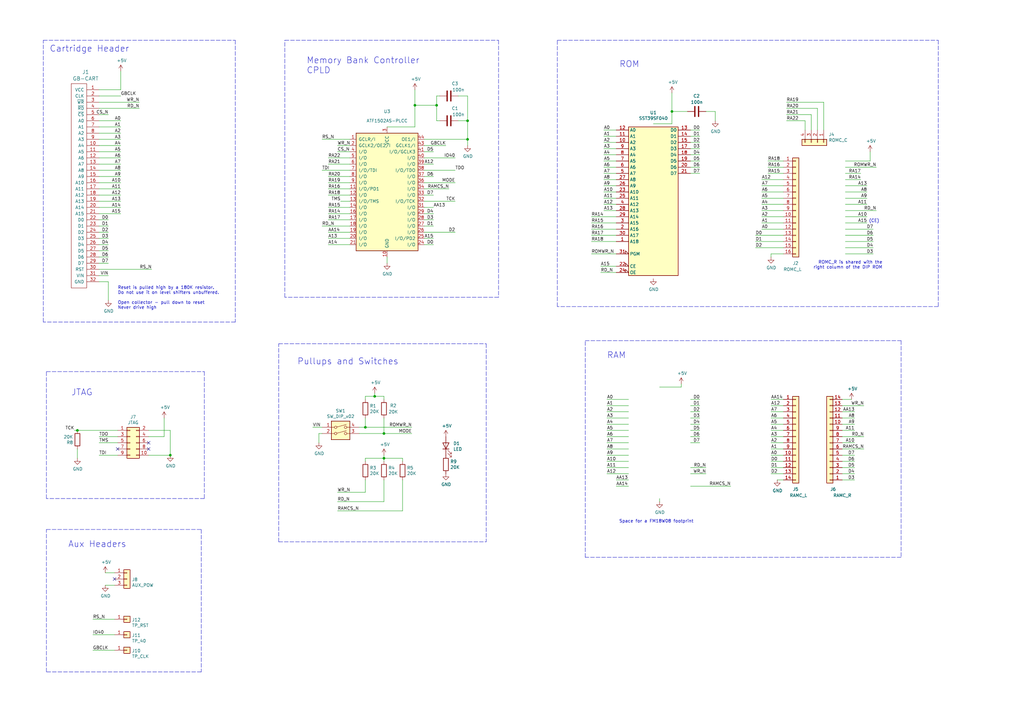
<source format=kicad_sch>
(kicad_sch (version 20211123) (generator eeschema)
  (paper "A3")
  (title_block (title "Squareboi Mainboard") (date "2022-09-15") (company "ALXCO-Hardware"))
  (lib_symbols
    (symbol "Connector_Generic:Conn_01x01" (pin_names (offset 1.016) hide)
      (property "Reference" "J" (at 0 2.54 0))
      (property "Value" "Conn_01x01" (at 0 -2.54 0))
      (symbol "Conn_01x01_1_1"
        (pin passive line (at -5.08 0 0) (length 3.81) (name "Pin_1") (number "1"))
      )
    )
    (symbol "Connector_Generic:Conn_01x03" (pin_names (offset 1.016) hide)
      (property "Reference" "J" (at 0 5.08 0))
      (property "Value" "Conn_01x03" (at 0 -5.08 0))
      (symbol "Conn_01x03_1_1"
        (pin passive line (at -5.08 2.54 0) (length 3.81) (name "Pin_1") (number "1"))
        (pin passive line (at -5.08 0 0) (length 3.81) (name "Pin_2") (number "2"))
        (pin passive line (at -5.08 -2.54 0) (length 3.81) (name "Pin_3") (number "3"))
      )
    )
    (symbol "Connector_Generic:Conn_01x04" (pin_names (offset 1.016) hide)
      (property "Reference" "J" (at 0 5.08 0))
      (property "Value" "Conn_01x04" (at 0 -7.62 0))
      (symbol "Conn_01x04_1_1"
        (pin passive line (at -5.08 2.54 0) (length 3.81) (name "Pin_1") (number "1"))
        (pin passive line (at -5.08 0 0) (length 3.81) (name "Pin_2") (number "2"))
        (pin passive line (at -5.08 -2.54 0) (length 3.81) (name "Pin_3") (number "3"))
        (pin passive line (at -5.08 -5.08 0) (length 3.81) (name "Pin_4") (number "4"))
      )
    )
    (symbol "Connector_Generic:Conn_01x14" (pin_names (offset 1.016) hide)
      (property "Reference" "J" (at 0 17.78 0))
      (property "Value" "Conn_01x14" (at 0 -20.32 0))
      (symbol "Conn_01x14_1_1"
        (pin passive line (at -5.08 15.24 0) (length 3.81) (name "Pin_1") (number "1"))
        (pin passive line (at -5.08 -7.62 0) (length 3.81) (name "Pin_10") (number "10"))
        (pin passive line (at -5.08 -10.16 0) (length 3.81) (name "Pin_11") (number "11"))
        (pin passive line (at -5.08 -12.7 0) (length 3.81) (name "Pin_12") (number "12"))
        (pin passive line (at -5.08 -15.24 0) (length 3.81) (name "Pin_13") (number "13"))
        (pin passive line (at -5.08 -17.78 0) (length 3.81) (name "Pin_14") (number "14"))
        (pin passive line (at -5.08 12.7 0) (length 3.81) (name "Pin_2") (number "2"))
        (pin passive line (at -5.08 10.16 0) (length 3.81) (name "Pin_3") (number "3"))
        (pin passive line (at -5.08 7.62 0) (length 3.81) (name "Pin_4") (number "4"))
        (pin passive line (at -5.08 5.08 0) (length 3.81) (name "Pin_5") (number "5"))
        (pin passive line (at -5.08 2.54 0) (length 3.81) (name "Pin_6") (number "6"))
        (pin passive line (at -5.08 0 0) (length 3.81) (name "Pin_7") (number "7"))
        (pin passive line (at -5.08 -2.54 0) (length 3.81) (name "Pin_8") (number "8"))
        (pin passive line (at -5.08 -5.08 0) (length 3.81) (name "Pin_9") (number "9"))
      )
    )
    (symbol "Connector_Generic:Conn_01x16" (pin_names (offset 1.016) hide)
      (property "Reference" "J" (at 0 20.32 0))
      (property "Value" "Conn_01x16" (at 0 -22.86 0))
      (symbol "Conn_01x16_1_1"
        (pin passive line (at -5.08 17.78 0) (length 3.81) (name "Pin_1") (number "1"))
        (pin passive line (at -5.08 -5.08 0) (length 3.81) (name "Pin_10") (number "10"))
        (pin passive line (at -5.08 -7.62 0) (length 3.81) (name "Pin_11") (number "11"))
        (pin passive line (at -5.08 -10.16 0) (length 3.81) (name "Pin_12") (number "12"))
        (pin passive line (at -5.08 -12.7 0) (length 3.81) (name "Pin_13") (number "13"))
        (pin passive line (at -5.08 -15.24 0) (length 3.81) (name "Pin_14") (number "14"))
        (pin passive line (at -5.08 -17.78 0) (length 3.81) (name "Pin_15") (number "15"))
        (pin passive line (at -5.08 -20.32 0) (length 3.81) (name "Pin_16") (number "16"))
        (pin passive line (at -5.08 15.24 0) (length 3.81) (name "Pin_2") (number "2"))
        (pin passive line (at -5.08 12.7 0) (length 3.81) (name "Pin_3") (number "3"))
        (pin passive line (at -5.08 10.16 0) (length 3.81) (name "Pin_4") (number "4"))
        (pin passive line (at -5.08 7.62 0) (length 3.81) (name "Pin_5") (number "5"))
        (pin passive line (at -5.08 5.08 0) (length 3.81) (name "Pin_6") (number "6"))
        (pin passive line (at -5.08 2.54 0) (length 3.81) (name "Pin_7") (number "7"))
        (pin passive line (at -5.08 0 0) (length 3.81) (name "Pin_8") (number "8"))
        (pin passive line (at -5.08 -2.54 0) (length 3.81) (name "Pin_9") (number "9"))
      )
    )
    (symbol "Connector_Generic:Conn_02x05_Odd_Even" (pin_names (offset 1.016) hide)
      (property "Reference" "J" (at 1.27 7.62 0))
      (property "Value" "Conn_02x05_Odd_Even" (at 1.27 -7.62 0))
      (symbol "Conn_02x05_Odd_Even_1_1"
        (pin passive line (at -5.08 5.08 0) (length 3.81) (name "Pin_1") (number "1"))
        (pin passive line (at 7.62 -5.08 180) (length 3.81) (name "Pin_10") (number "10"))
        (pin passive line (at 7.62 5.08 180) (length 3.81) (name "Pin_2") (number "2"))
        (pin passive line (at -5.08 2.54 0) (length 3.81) (name "Pin_3") (number "3"))
        (pin passive line (at 7.62 2.54 180) (length 3.81) (name "Pin_4") (number "4"))
        (pin passive line (at -5.08 0 0) (length 3.81) (name "Pin_5") (number "5"))
        (pin passive line (at 7.62 0 180) (length 3.81) (name "Pin_6") (number "6"))
        (pin passive line (at -5.08 -2.54 0) (length 3.81) (name "Pin_7") (number "7"))
        (pin passive line (at 7.62 -2.54 180) (length 3.81) (name "Pin_8") (number "8"))
        (pin passive line (at -5.08 -5.08 0) (length 3.81) (name "Pin_9") (number "9"))
      )
    )
    (symbol "Device:C" (pin_numbers hide) (pin_names (offset 0.254))
      (property "Reference" "C" (at 0.635 2.54 0))
      (property "Value" "C" (at 0.635 -2.54 0))
      (symbol "C_1_1"
        (pin passive line (at 0 3.81 270) (length 2.794) (name "~") (number "1"))
        (pin passive line (at 0 -3.81 90) (length 2.794) (name "~") (number "2"))
      )
    )
    (symbol "Device:LED" (pin_numbers hide) (pin_names (offset 1.016) hide)
      (property "Reference" "D" (at 0 2.54 0))
      (property "Value" "LED" (at 0 -2.54 0))
      (symbol "LED_1_1"
        (pin passive line (at -3.81 0 0) (length 2.54) (name "K") (number "1"))
        (pin passive line (at 3.81 0 180) (length 2.54) (name "A") (number "2"))
      )
    )
    (symbol "Device:R" (pin_numbers hide) (pin_names (offset 0))
      (property "Reference" "R" (at 2.032 0 90))
      (property "Value" "R" (at 0 0 90))
      (symbol "R_1_1"
        (pin passive line (at 0 3.81 270) (length 1.27) (name "~") (number "1"))
        (pin passive line (at 0 -3.81 90) (length 1.27) (name "~") (number "2"))
      )
    )
    (symbol "Memory_Flash:SST39SF040"
      (property "Reference" "U" (at 2.54 33.02 0))
      (property "Value" "SST39SF040" (at 0 -30.48 0))
      (symbol "SST39SF040_0_0"
        (pin power_in line (at 0 -30.48 90) (length 1.27) hide (name "GND") (number "16"))
        (pin power_in line (at 0 33.02 270) (length 1.27) hide (name "VCC") (number "32"))
      )
      (symbol "SST39SF040_1_1"
        (pin input line (at -15.24 -15.24 0) (length 5.08) (name "A18") (number "1"))
        (pin input line (at -15.24 25.4 0) (length 5.08) (name "A2") (number "10"))
        (pin input line (at -15.24 27.94 0) (length 5.08) (name "A1") (number "11"))
        (pin input line (at -15.24 30.48 0) (length 5.08) (name "A0") (number "12"))
        (pin tri_state line (at 15.24 30.48 180) (length 5.08) (name "D0") (number "13"))
        (pin tri_state line (at 15.24 27.94 180) (length 5.08) (name "D1") (number "14"))
        (pin tri_state line (at 15.24 25.4 180) (length 5.08) (name "D2") (number "15"))
        (pin tri_state line (at 15.24 22.86 180) (length 5.08) (name "D3") (number "17"))
        (pin tri_state line (at 15.24 20.32 180) (length 5.08) (name "D4") (number "18"))
        (pin tri_state line (at 15.24 17.78 180) (length 5.08) (name "D5") (number "19"))
        (pin input line (at -15.24 -10.16 0) (length 5.08) (name "A16") (number "2"))
        (pin tri_state line (at 15.24 15.24 180) (length 5.08) (name "D6") (number "20"))
        (pin tri_state line (at 15.24 12.7 180) (length 5.08) (name "D7") (number "21"))
        (pin input input_low (at -15.24 -25.4 0) (length 5.08) (name "CE") (number "22"))
        (pin input line (at -15.24 5.08 0) (length 5.08) (name "A10") (number "23"))
        (pin input input_low (at -15.24 -27.94 0) (length 5.08) (name "OE") (number "24"))
        (pin input line (at -15.24 2.54 0) (length 5.08) (name "A11") (number "25"))
        (pin input line (at -15.24 7.62 0) (length 5.08) (name "A9") (number "26"))
        (pin input line (at -15.24 10.16 0) (length 5.08) (name "A8") (number "27"))
        (pin input line (at -15.24 -2.54 0) (length 5.08) (name "A13") (number "28"))
        (pin input line (at -15.24 -5.08 0) (length 5.08) (name "A14") (number "29"))
        (pin input line (at -15.24 -7.62 0) (length 5.08) (name "A15") (number "3"))
        (pin input line (at -15.24 -12.7 0) (length 5.08) (name "A17") (number "30"))
        (pin input input_low (at -15.24 -20.32 0) (length 5.08) (name "PGM") (number "31"))
        (pin input line (at -15.24 0 0) (length 5.08) (name "A12") (number "4"))
        (pin input line (at -15.24 12.7 0) (length 5.08) (name "A7") (number "5"))
        (pin input line (at -15.24 15.24 0) (length 5.08) (name "A6") (number "6"))
        (pin input line (at -15.24 17.78 0) (length 5.08) (name "A5") (number "7"))
        (pin input line (at -15.24 20.32 0) (length 5.08) (name "A4") (number "8"))
        (pin input line (at -15.24 22.86 0) (length 5.08) (name "A3") (number "9"))
      )
    )
    (symbol "Switch:SW_DIP_x02" (pin_names (offset 0) hide)
      (property "Reference" "SW" (at 0 6.35 0))
      (property "Value" "SW_DIP_x02" (at 0 -3.81 0))
      (symbol "SW_DIP_x02_1_1"
        (pin passive line (at -7.62 2.54 0) (length 5.08) (name "~") (number "1"))
        (pin passive line (at -7.62 0 0) (length 5.08) (name "~") (number "2"))
        (pin passive line (at 7.62 0 180) (length 5.08) (name "~") (number "3"))
        (pin passive line (at 7.62 2.54 180) (length 5.08) (name "~") (number "4"))
      )
    )
    (symbol "gb-cartcon:ATF1502-PLCC" (pin_names (offset 1.016))
      (property "Reference" "U" (at 12.7 13.97 0))
      (property "Value" "ATF1502-PLCC" (at 12.7 16.51 0))
      (symbol "ATF1502-PLCC_1_1"
        (pin input line (at -2.54 -2.54 0) (length 2.54) (name "GCLR/I") (number "1"))
        (pin power_in line (at 12.7 -50.8 90) (length 2.54) (name "GND") (number "10"))
        (pin bidirectional line (at -2.54 -22.86 0) (length 2.54) (name "I/O/PD1") (number "11"))
        (pin bidirectional line (at -2.54 -25.4 0) (length 2.54) (name "I/O") (number "12"))
        (pin bidirectional line (at -2.54 -27.94 0) (length 2.54) (name "I/O/TMS") (number "13"))
        (pin bidirectional line (at -2.54 -30.48 0) (length 2.54) (name "I/O") (number "14"))
        (pin passive line (at 12.7 2.54 270) (length 2.54) hide (name "VCC") (number "15"))
        (pin bidirectional line (at -2.54 -33.02 0) (length 2.54) (name "I/O") (number "16"))
        (pin bidirectional line (at -2.54 -35.56 0) (length 2.54) (name "I/O") (number "17"))
        (pin bidirectional line (at -2.54 -38.1 0) (length 2.54) (name "I/O") (number "18"))
        (pin bidirectional line (at -2.54 -40.64 0) (length 2.54) (name "I/O") (number "19"))
        (pin input line (at -2.54 -5.08 0) (length 2.54) (name "GCLK2/OE2/I") (number "2"))
        (pin bidirectional line (at -2.54 -43.18 0) (length 2.54) (name "I/O") (number "20"))
        (pin bidirectional line (at -2.54 -45.72 0) (length 2.54) (name "I/O") (number "21"))
        (pin passive line (at 12.7 -50.8 90) (length 2.54) hide (name "GND") (number "22"))
        (pin passive line (at 12.7 2.54 270) (length 2.54) hide (name "VCC") (number "23"))
        (pin bidirectional line (at 27.94 -45.72 180) (length 2.54) (name "I/O") (number "24"))
        (pin bidirectional line (at 27.94 -43.18 180) (length 2.54) (name "I/O/PD2") (number "25"))
        (pin bidirectional line (at 27.94 -40.64 180) (length 2.54) (name "I/O") (number "26"))
        (pin bidirectional line (at 27.94 -38.1 180) (length 2.54) (name "I/O") (number "27"))
        (pin bidirectional line (at 27.94 -35.56 180) (length 2.54) (name "I/O") (number "28"))
        (pin bidirectional line (at 27.94 -33.02 180) (length 2.54) (name "I/O") (number "29"))
        (pin power_in line (at 12.7 2.54 270) (length 2.54) (name "VCC") (number "3"))
        (pin passive line (at 12.7 -50.8 90) (length 2.54) hide (name "GND") (number "30"))
        (pin bidirectional line (at 27.94 -30.48 180) (length 2.54) (name "I/O") (number "31"))
        (pin bidirectional line (at 27.94 -27.94 180) (length 2.54) (name "I/O/TCK") (number "32"))
        (pin bidirectional line (at 27.94 -25.4 180) (length 2.54) (name "I/O") (number "33"))
        (pin bidirectional line (at 27.94 -22.86 180) (length 2.54) (name "I/O") (number "34"))
        (pin passive line (at 12.7 2.54 270) (length 2.54) hide (name "VCC") (number "35"))
        (pin bidirectional line (at 27.94 -20.32 180) (length 2.54) (name "I/O") (number "36"))
        (pin bidirectional line (at 27.94 -17.78 180) (length 2.54) (name "I/O") (number "37"))
        (pin bidirectional line (at 27.94 -15.24 180) (length 2.54) (name "I/O/TDO") (number "38"))
        (pin bidirectional line (at 27.94 -12.7 180) (length 2.54) (name "I/O") (number "39"))
        (pin bidirectional line (at -2.54 -7.62 0) (length 2.54) (name "I/O") (number "4"))
        (pin bidirectional line (at 27.94 -10.16 180) (length 2.54) (name "I/O") (number "40"))
        (pin bidirectional line (at 27.94 -7.62 180) (length 2.54) (name "I/O/GCLK3") (number "41"))
        (pin passive line (at 12.7 -50.8 90) (length 2.54) hide (name "GND") (number "42"))
        (pin input line (at 27.94 -5.08 180) (length 2.54) (name "GCLK1/I") (number "43"))
        (pin input line (at 27.94 -2.54 180) (length 2.54) (name "OE1/I") (number "44"))
        (pin bidirectional line (at -2.54 -10.16 0) (length 2.54) (name "I/O") (number "5"))
        (pin bidirectional line (at -2.54 -12.7 0) (length 2.54) (name "I/O") (number "6"))
        (pin bidirectional line (at -2.54 -15.24 0) (length 2.54) (name "I/O/TDI") (number "7"))
        (pin bidirectional line (at -2.54 -17.78 0) (length 2.54) (name "I/O") (number "8"))
        (pin bidirectional line (at -2.54 -20.32 0) (length 2.54) (name "I/O") (number "9"))
      )
    )
    (symbol "gb-cartcon:GB-CART" (pin_names (offset 1.016))
      (property "Reference" "J" (at -2.54 43.18 0))
      (property "Value" "GB-CART" (at 0 -43.18 0))
      (symbol "GB-CART_1_1"
        (pin power_out line (at 7.62 39.37 180) (length 5.08) (name "VCC") (number "1"))
        (pin output line (at 7.62 16.51 180) (length 5.08) (name "A4") (number "10"))
        (pin output line (at 7.62 13.97 180) (length 5.08) (name "A5") (number "11"))
        (pin output line (at 7.62 11.43 180) (length 5.08) (name "A6") (number "12"))
        (pin output line (at 7.62 8.89 180) (length 5.08) (name "A7") (number "13"))
        (pin output line (at 7.62 6.35 180) (length 5.08) (name "A8") (number "14"))
        (pin output line (at 7.62 3.81 180) (length 5.08) (name "A9") (number "15"))
        (pin output line (at 7.62 1.27 180) (length 5.08) (name "A10") (number "16"))
        (pin output line (at 7.62 -1.27 180) (length 5.08) (name "A11") (number "17"))
        (pin output line (at 7.62 -3.81 180) (length 5.08) (name "A12") (number "18"))
        (pin output line (at 7.62 -6.35 180) (length 5.08) (name "A13") (number "19"))
        (pin output line (at 7.62 36.83 180) (length 5.08) (name "CLK") (number "2"))
        (pin output line (at 7.62 -8.89 180) (length 5.08) (name "A14") (number "20"))
        (pin output line (at 7.62 -11.43 180) (length 5.08) (name "A15") (number "21"))
        (pin tri_state line (at 7.62 -13.97 180) (length 5.08) (name "D0") (number "22"))
        (pin tri_state line (at 7.62 -16.51 180) (length 5.08) (name "D1") (number "23"))
        (pin tri_state line (at 7.62 -19.05 180) (length 5.08) (name "D2") (number "24"))
        (pin tri_state line (at 7.62 -21.59 180) (length 5.08) (name "D3") (number "25"))
        (pin tri_state line (at 7.62 -24.13 180) (length 5.08) (name "D4") (number "26"))
        (pin tri_state line (at 7.62 -26.67 180) (length 5.08) (name "D5") (number "27"))
        (pin tri_state line (at 7.62 -29.21 180) (length 5.08) (name "D6") (number "28"))
        (pin tri_state line (at 7.62 -31.75 180) (length 5.08) (name "D7") (number "29"))
        (pin output line (at 7.62 34.29 180) (length 5.08) (name "~{WR}") (number "3"))
        (pin output line (at 7.62 -34.29 180) (length 5.08) (name "RST") (number "30"))
        (pin input line (at 7.62 -36.83 180) (length 5.08) (name "VIN") (number "31"))
        (pin power_out line (at 7.62 -39.37 180) (length 5.08) (name "GND") (number "32"))
        (pin output line (at 7.62 31.75 180) (length 5.08) (name "~{RD}") (number "4"))
        (pin output line (at 7.62 29.21 180) (length 5.08) (name "~{CS}") (number "5"))
        (pin output line (at 7.62 26.67 180) (length 5.08) (name "A0") (number "6"))
        (pin output line (at 7.62 24.13 180) (length 5.08) (name "A1") (number "7"))
        (pin output line (at 7.62 21.59 180) (length 5.08) (name "A2") (number "8"))
        (pin output line (at 7.62 19.05 180) (length 5.08) (name "A3") (number "9"))
      )
    )
    (symbol "power:+5V" (power) (pin_names (offset 0))
      (property "Value" "+5V" (at 0 3.556 0))
      (symbol "+5V_1_1"
        (pin power_in line (at 0 0 90) (length 0) hide (name "+5V") (number "1"))
      )
    )
    (symbol "power:GND" (power) (pin_names (offset 0))
      (property "Value" "GND" (at 0 -3.81 0))
      (symbol "GND_1_1"
        (pin power_in line (at 0 0 270) (length 0) hide (name "GND") (number "1"))
      )
    )
  )
  (junction (at 157.48 187.96))
  (junction (at 179.07 43.18))
  (junction (at 31.75 176.53))
  (junction (at 157.48 177.8))
  (junction (at 191.77 49.53))
  (junction (at 170.18 43.18))
  (junction (at 275.59 45.72))
  (junction (at 191.77 57.15))
  (junction (at 149.86 175.26))
  (junction (at 69.85 186.69))
  (junction (at 153.67 162.56))
  (no_connect (at 46.99 237.49))
  (no_connect (at 60.96 181.61))
  (no_connect (at 60.96 184.15))
  (no_connect (at 48.26 184.15))
  (wire (pts (xy 173.99 100.33) (xy 177.8 100.33)))
  (polyline (pts (xy 83.82 204.47) (xy 19.05 204.47)))
  (wire (pts (xy 134.62 87.63) (xy 143.51 87.63)))
  (wire (pts (xy 153.67 162.56) (xy 153.67 161.29)))
  (wire (pts (xy 173.99 97.79) (xy 177.8 97.79)))
  (wire (pts (xy 356.87 66.04) (xy 356.87 62.23)))
  (polyline (pts (xy 19.05 152.4) (xy 83.82 152.4)))
  (wire (pts (xy 283.21 199.39) (xy 299.72 199.39)))
  (wire (pts (xy 57.15 41.91) (xy 40.64 41.91)))
  (wire (pts (xy 49.53 87.63) (xy 40.64 87.63)))
  (wire (pts (xy 173.99 57.15) (xy 191.77 57.15)))
  (wire (pts (xy 275.59 45.72) (xy 281.94 45.72)))
  (wire (pts (xy 40.64 95.25) (xy 44.45 95.25)))
  (wire (pts (xy 165.1 187.96) (xy 165.1 189.23)))
  (wire (pts (xy 309.88 96.52) (xy 321.31 96.52)))
  (wire (pts (xy 321.31 166.37) (xy 316.23 166.37)))
  (wire (pts (xy 355.6 76.2) (xy 346.71 76.2)))
  (wire (pts (xy 40.64 39.37) (xy 49.53 39.37)))
  (wire (pts (xy 287.02 173.99) (xy 283.21 173.99)))
  (wire (pts (xy 138.43 59.69) (xy 143.51 59.69)))
  (wire (pts (xy 287.02 166.37) (xy 283.21 166.37)))
  (wire (pts (xy 247.65 71.12) (xy 252.73 71.12)))
  (wire (pts (xy 165.1 209.55) (xy 165.1 196.85)))
  (wire (pts (xy 242.57 93.98) (xy 252.73 93.98)))
  (wire (pts (xy 179.07 43.18) (xy 179.07 39.37)))
  (wire (pts (xy 335.28 44.45) (xy 335.28 53.34)))
  (polyline (pts (xy 19.05 204.47) (xy 19.05 152.4)))
  (polyline (pts (xy 116.84 16.51) (xy 204.47 16.51)))
  (wire (pts (xy 247.65 53.34) (xy 252.73 53.34)))
  (wire (pts (xy 287.02 176.53) (xy 283.21 176.53)))
  (polyline (pts (xy 116.84 121.92) (xy 116.84 16.51)))
  (wire (pts (xy 337.82 41.91) (xy 337.82 53.34)))
  (wire (pts (xy 149.86 201.93) (xy 149.86 196.85)))
  (wire (pts (xy 134.62 85.09) (xy 143.51 85.09)))
  (wire (pts (xy 149.86 163.83) (xy 149.86 162.56)))
  (wire (pts (xy 257.81 171.45) (xy 248.92 171.45)))
  (wire (pts (xy 312.42 83.82) (xy 321.31 83.82)))
  (wire (pts (xy 270.51 205.74) (xy 270.51 204.47)))
  (wire (pts (xy 247.65 78.74) (xy 252.73 78.74)))
  (wire (pts (xy 287.02 171.45) (xy 283.21 171.45)))
  (wire (pts (xy 346.71 101.6) (xy 358.14 101.6)))
  (wire (pts (xy 248.92 181.61) (xy 257.81 181.61)))
  (polyline (pts (xy 204.47 121.92) (xy 116.84 121.92)))
  (wire (pts (xy 345.44 171.45) (xy 350.52 171.45)))
  (wire (pts (xy 157.48 177.8) (xy 168.91 177.8)))
  (wire (pts (xy 312.42 78.74) (xy 321.31 78.74)))
  (wire (pts (xy 287.02 63.5) (xy 283.21 63.5)))
  (wire (pts (xy 173.99 87.63) (xy 177.8 87.63)))
  (wire (pts (xy 48.26 186.69) (xy 40.64 186.69)))
  (wire (pts (xy 40.64 67.31) (xy 49.53 67.31)))
  (wire (pts (xy 173.99 77.47) (xy 184.15 77.47)))
  (wire (pts (xy 40.64 80.01) (xy 49.53 80.01)))
  (wire (pts (xy 247.65 63.5) (xy 252.73 63.5)))
  (wire (pts (xy 289.56 45.72) (xy 293.37 45.72)))
  (wire (pts (xy 40.64 64.77) (xy 49.53 64.77)))
  (wire (pts (xy 345.44 189.23) (xy 350.52 189.23)))
  (wire (pts (xy 316.23 181.61) (xy 321.31 181.61)))
  (wire (pts (xy 157.48 162.56) (xy 157.48 163.83)))
  (wire (pts (xy 270.51 158.75) (xy 279.4 158.75)))
  (wire (pts (xy 345.44 168.91) (xy 350.52 168.91)))
  (wire (pts (xy 48.26 181.61) (xy 40.64 181.61)))
  (wire (pts (xy 248.92 184.15) (xy 257.81 184.15)))
  (wire (pts (xy 316.23 163.83) (xy 321.31 163.83)))
  (wire (pts (xy 316.23 186.69) (xy 321.31 186.69)))
  (wire (pts (xy 143.51 92.71) (xy 132.08 92.71)))
  (wire (pts (xy 321.31 86.36) (xy 312.42 86.36)))
  (wire (pts (xy 57.15 44.45) (xy 40.64 44.45)))
  (wire (pts (xy 309.88 99.06) (xy 321.31 99.06)))
  (wire (pts (xy 179.07 43.18) (xy 179.07 49.53)))
  (wire (pts (xy 128.27 175.26) (xy 132.08 175.26)))
  (wire (pts (xy 355.6 78.74) (xy 346.71 78.74)))
  (wire (pts (xy 149.86 175.26) (xy 168.91 175.26)))
  (wire (pts (xy 173.99 82.55) (xy 186.69 82.55)))
  (wire (pts (xy 257.81 166.37) (xy 248.92 166.37)))
  (wire (pts (xy 69.85 176.53) (xy 60.96 176.53)))
  (wire (pts (xy 40.64 105.41) (xy 44.45 105.41)))
  (wire (pts (xy 321.31 194.31) (xy 316.23 194.31)))
  (wire (pts (xy 287.02 55.88) (xy 283.21 55.88)))
  (wire (pts (xy 321.31 81.28) (xy 312.42 81.28)))
  (wire (pts (xy 358.14 104.14) (xy 346.71 104.14)))
  (wire (pts (xy 147.32 175.26) (xy 149.86 175.26)))
  (wire (pts (xy 246.38 111.76) (xy 252.73 111.76)))
  (polyline (pts (xy 384.81 16.51) (xy 384.81 125.73)))
  (wire (pts (xy 170.18 43.18) (xy 170.18 52.07)))
  (wire (pts (xy 134.62 72.39) (xy 143.51 72.39)))
  (wire (pts (xy 312.42 93.98) (xy 321.31 93.98)))
  (wire (pts (xy 40.64 59.69) (xy 49.53 59.69)))
  (polyline (pts (xy 82.55 275.59) (xy 19.05 275.59)))
  (wire (pts (xy 173.99 59.69) (xy 182.88 59.69)))
  (wire (pts (xy 287.02 179.07) (xy 283.21 179.07)))
  (wire (pts (xy 309.88 101.6) (xy 321.31 101.6)))
  (wire (pts (xy 40.64 49.53) (xy 49.53 49.53)))
  (wire (pts (xy 358.14 99.06) (xy 346.71 99.06)))
  (wire (pts (xy 247.65 58.42) (xy 252.73 58.42)))
  (wire (pts (xy 322.58 41.91) (xy 337.82 41.91)))
  (wire (pts (xy 359.41 68.58) (xy 346.71 68.58)))
  (wire (pts (xy 332.74 46.99) (xy 332.74 53.34)))
  (wire (pts (xy 40.64 90.17) (xy 44.45 90.17)))
  (wire (pts (xy 43.18 234.95) (xy 46.99 234.95)))
  (wire (pts (xy 316.23 176.53) (xy 321.31 176.53)))
  (wire (pts (xy 134.62 97.79) (xy 143.51 97.79)))
  (wire (pts (xy 44.45 92.71) (xy 40.64 92.71)))
  (wire (pts (xy 321.31 196.85) (xy 318.77 196.85)))
  (wire (pts (xy 287.02 53.34) (xy 283.21 53.34)))
  (wire (pts (xy 346.71 66.04) (xy 356.87 66.04)))
  (wire (pts (xy 44.45 113.03) (xy 40.64 113.03)))
  (wire (pts (xy 293.37 45.72) (xy 293.37 49.53)))
  (wire (pts (xy 314.96 66.04) (xy 321.31 66.04)))
  (wire (pts (xy 248.92 189.23) (xy 257.81 189.23)))
  (wire (pts (xy 316.23 171.45) (xy 321.31 171.45)))
  (wire (pts (xy 287.02 58.42) (xy 283.21 58.42)))
  (wire (pts (xy 44.45 102.87) (xy 40.64 102.87)))
  (wire (pts (xy 67.31 179.07) (xy 67.31 171.45)))
  (wire (pts (xy 252.73 88.9) (xy 242.57 88.9)))
  (wire (pts (xy 147.32 177.8) (xy 157.48 177.8)))
  (wire (pts (xy 40.64 74.93) (xy 49.53 74.93)))
  (wire (pts (xy 132.08 57.15) (xy 143.51 57.15)))
  (wire (pts (xy 316.23 189.23) (xy 321.31 189.23)))
  (wire (pts (xy 134.62 77.47) (xy 143.51 77.47)))
  (wire (pts (xy 321.31 104.14) (xy 316.23 104.14)))
  (wire (pts (xy 247.65 86.36) (xy 252.73 86.36)))
  (polyline (pts (xy 17.78 16.51) (xy 96.52 16.51)))
  (wire (pts (xy 38.1 266.7) (xy 46.99 266.7)))
  (wire (pts (xy 252.73 199.39) (xy 257.81 199.39)))
  (wire (pts (xy 242.57 104.14) (xy 252.73 104.14)))
  (wire (pts (xy 267.97 50.8) (xy 275.59 50.8)))
  (wire (pts (xy 40.64 85.09) (xy 49.53 85.09)))
  (wire (pts (xy 321.31 71.12) (xy 314.96 71.12)))
  (polyline (pts (xy 17.78 132.08) (xy 17.78 16.51)))
  (wire (pts (xy 247.65 60.96) (xy 252.73 60.96)))
  (wire (pts (xy 345.44 196.85) (xy 350.52 196.85)))
  (wire (pts (xy 345.44 173.99) (xy 350.52 173.99)))
  (wire (pts (xy 345.44 191.77) (xy 350.52 191.77)))
  (polyline (pts (xy 228.6 16.51) (xy 384.81 16.51)))
  (wire (pts (xy 242.57 96.52) (xy 252.73 96.52)))
  (wire (pts (xy 49.53 29.21) (xy 49.53 36.83)))
  (wire (pts (xy 247.65 66.04) (xy 252.73 66.04)))
  (wire (pts (xy 358.14 96.52) (xy 346.71 96.52)))
  (wire (pts (xy 157.48 187.96) (xy 157.48 186.69)))
  (wire (pts (xy 149.86 171.45) (xy 149.86 175.26)))
  (wire (pts (xy 257.81 186.69) (xy 248.92 186.69)))
  (wire (pts (xy 149.86 189.23) (xy 149.86 187.96)))
  (wire (pts (xy 187.96 39.37) (xy 191.77 39.37)))
  (wire (pts (xy 355.6 88.9) (xy 346.71 88.9)))
  (wire (pts (xy 153.67 162.56) (xy 157.48 162.56)))
  (polyline (pts (xy 114.3 222.25) (xy 114.3 140.97)))
  (wire (pts (xy 40.64 36.83) (xy 49.53 36.83)))
  (wire (pts (xy 330.2 49.53) (xy 330.2 53.34)))
  (wire (pts (xy 49.53 82.55) (xy 40.64 82.55)))
  (wire (pts (xy 134.62 90.17) (xy 143.51 90.17)))
  (wire (pts (xy 49.53 52.07) (xy 40.64 52.07)))
  (wire (pts (xy 358.14 93.98) (xy 346.71 93.98)))
  (wire (pts (xy 130.81 177.8) (xy 130.81 181.61)))
  (wire (pts (xy 157.48 205.74) (xy 157.48 196.85)))
  (wire (pts (xy 49.53 62.23) (xy 40.64 62.23)))
  (wire (pts (xy 321.31 91.44) (xy 312.42 91.44)))
  (wire (pts (xy 283.21 194.31) (xy 289.56 194.31)))
  (polyline (pts (xy 199.39 140.97) (xy 199.39 222.25)))
  (wire (pts (xy 247.65 55.88) (xy 252.73 55.88)))
  (wire (pts (xy 252.73 81.28) (xy 247.65 81.28)))
  (wire (pts (xy 316.23 179.07) (xy 321.31 179.07)))
  (wire (pts (xy 316.23 184.15) (xy 321.31 184.15)))
  (wire (pts (xy 177.8 72.39) (xy 173.99 72.39)))
  (wire (pts (xy 247.65 68.58) (xy 252.73 68.58)))
  (wire (pts (xy 186.69 95.25) (xy 173.99 95.25)))
  (wire (pts (xy 157.48 171.45) (xy 157.48 177.8)))
  (polyline (pts (xy 83.82 152.4) (xy 83.82 204.47)))
  (wire (pts (xy 248.92 179.07) (xy 257.81 179.07)))
  (wire (pts (xy 248.92 163.83) (xy 257.81 163.83)))
  (polyline (pts (xy 228.6 125.73) (xy 228.6 16.51)))
  (wire (pts (xy 316.23 173.99) (xy 321.31 173.99)))
  (wire (pts (xy 158.75 52.07) (xy 170.18 52.07)))
  (polyline (pts (xy 114.3 140.97) (xy 199.39 140.97)))
  (wire (pts (xy 345.44 184.15) (xy 354.33 184.15)))
  (wire (pts (xy 345.44 181.61) (xy 350.52 181.61)))
  (wire (pts (xy 173.99 92.71) (xy 177.8 92.71)))
  (wire (pts (xy 316.23 168.91) (xy 321.31 168.91)))
  (wire (pts (xy 31.75 176.53) (xy 30.48 176.53)))
  (wire (pts (xy 279.4 158.75) (xy 279.4 157.48)))
  (wire (pts (xy 60.96 179.07) (xy 67.31 179.07)))
  (wire (pts (xy 248.92 168.91) (xy 257.81 168.91)))
  (wire (pts (xy 69.85 186.69) (xy 60.96 186.69)))
  (wire (pts (xy 138.43 201.93) (xy 149.86 201.93)))
  (wire (pts (xy 40.64 179.07) (xy 48.26 179.07)))
  (wire (pts (xy 49.53 72.39) (xy 40.64 72.39)))
  (wire (pts (xy 38.1 260.35) (xy 46.99 260.35)))
  (wire (pts (xy 44.45 97.79) (xy 40.64 97.79)))
  (wire (pts (xy 247.65 73.66) (xy 252.73 73.66)))
  (polyline (pts (xy 19.05 217.17) (xy 82.55 217.17)))
  (wire (pts (xy 138.43 209.55) (xy 165.1 209.55)))
  (wire (pts (xy 322.58 49.53) (xy 330.2 49.53)))
  (polyline (pts (xy 384.81 125.73) (xy 228.6 125.73)))
  (wire (pts (xy 321.31 76.2) (xy 312.42 76.2)))
  (wire (pts (xy 179.07 49.53) (xy 180.34 49.53)))
  (wire (pts (xy 355.6 81.28) (xy 346.71 81.28)))
  (wire (pts (xy 69.85 176.53) (xy 69.85 186.69)))
  (wire (pts (xy 179.07 39.37) (xy 180.34 39.37)))
  (wire (pts (xy 287.02 181.61) (xy 283.21 181.61)))
  (wire (pts (xy 177.8 80.01) (xy 173.99 80.01)))
  (wire (pts (xy 31.75 176.53) (xy 48.26 176.53)))
  (wire (pts (xy 359.41 86.36) (xy 346.71 86.36)))
  (polyline (pts (xy 204.47 16.51) (xy 204.47 121.92)))
  (wire (pts (xy 134.62 80.01) (xy 143.51 80.01)))
  (wire (pts (xy 287.02 168.91) (xy 283.21 168.91)))
  (wire (pts (xy 252.73 196.85) (xy 257.81 196.85)))
  (wire (pts (xy 242.57 91.44) (xy 252.73 91.44)))
  (wire (pts (xy 157.48 189.23) (xy 157.48 187.96)))
  (wire (pts (xy 38.1 254) (xy 46.99 254)))
  (wire (pts (xy 287.02 60.96) (xy 283.21 60.96)))
  (wire (pts (xy 248.92 194.31) (xy 257.81 194.31)))
  (wire (pts (xy 287.02 163.83) (xy 283.21 163.83)))
  (wire (pts (xy 247.65 76.2) (xy 252.73 76.2)))
  (wire (pts (xy 40.64 69.85) (xy 49.53 69.85)))
  (wire (pts (xy 314.96 68.58) (xy 321.31 68.58)))
  (wire (pts (xy 322.58 46.99) (xy 332.74 46.99)))
  (wire (pts (xy 149.86 187.96) (xy 157.48 187.96)))
  (wire (pts (xy 186.69 74.93) (xy 173.99 74.93)))
  (wire (pts (xy 242.57 99.06) (xy 252.73 99.06)))
  (polyline (pts (xy 96.52 132.08) (xy 17.78 132.08)))
  (wire (pts (xy 191.77 39.37) (xy 191.77 49.53)))
  (wire (pts (xy 355.6 91.44) (xy 346.71 91.44)))
  (wire (pts (xy 257.81 191.77) (xy 248.92 191.77)))
  (wire (pts (xy 132.08 177.8) (xy 130.81 177.8)))
  (wire (pts (xy 252.73 83.82) (xy 247.65 83.82)))
  (wire (pts (xy 149.86 162.56) (xy 153.67 162.56)))
  (polyline (pts (xy 82.55 217.17) (xy 82.55 275.59)))
  (wire (pts (xy 44.45 107.95) (xy 40.64 107.95)))
  (wire (pts (xy 134.62 74.93) (xy 143.51 74.93)))
  (wire (pts (xy 287.02 66.04) (xy 283.21 66.04)))
  (wire (pts (xy 287.02 68.58) (xy 283.21 68.58)))
  (wire (pts (xy 143.51 82.55) (xy 139.7 82.55)))
  (wire (pts (xy 353.06 71.12) (xy 346.71 71.12)))
  (wire (pts (xy 187.96 49.53) (xy 191.77 49.53)))
  (wire (pts (xy 345.44 176.53) (xy 350.52 176.53)))
  (wire (pts (xy 287.02 71.12) (xy 283.21 71.12)))
  (wire (pts (xy 134.62 64.77) (xy 143.51 64.77)))
  (wire (pts (xy 40.64 110.49) (xy 62.23 110.49)))
  (wire (pts (xy 158.75 107.95) (xy 158.75 105.41)))
  (wire (pts (xy 173.99 67.31) (xy 177.8 67.31)))
  (wire (pts (xy 275.59 45.72) (xy 275.59 50.8)))
  (wire (pts (xy 322.58 44.45) (xy 335.28 44.45)))
  (wire (pts (xy 31.75 184.15) (xy 31.75 187.96)))
  (wire (pts (xy 283.21 191.77) (xy 289.56 191.77)))
  (wire (pts (xy 248.92 173.99) (xy 257.81 173.99)))
  (wire (pts (xy 170.18 43.18) (xy 179.07 43.18)))
  (wire (pts (xy 143.51 69.85) (xy 132.08 69.85)))
  (wire (pts (xy 345.44 179.07) (xy 354.33 179.07)))
  (wire (pts (xy 170.18 36.83) (xy 170.18 43.18)))
  (wire (pts (xy 44.45 46.99) (xy 40.64 46.99)))
  (wire (pts (xy 173.99 90.17) (xy 177.8 90.17)))
  (wire (pts (xy 40.64 115.57) (xy 44.45 115.57)))
  (wire (pts (xy 316.23 104.14) (xy 316.23 105.41)))
  (wire (pts (xy 40.64 54.61) (xy 49.53 54.61)))
  (wire (pts (xy 143.51 62.23) (xy 138.43 62.23)))
  (wire (pts (xy 257.81 176.53) (xy 248.92 176.53)))
  (polyline (pts (xy 19.05 275.59) (xy 19.05 217.17)))
  (wire (pts (xy 246.38 109.22) (xy 252.73 109.22)))
  (polyline (pts (xy 369.57 139.7) (xy 369.57 228.6)))
  (wire (pts (xy 345.44 186.69) (xy 350.52 186.69)))
  (wire (pts (xy 191.77 57.15) (xy 191.77 59.69)))
  (wire (pts (xy 355.6 83.82) (xy 346.71 83.82)))
  (wire (pts (xy 49.53 57.15) (xy 40.64 57.15)))
  (wire (pts (xy 157.48 187.96) (xy 165.1 187.96)))
  (wire (pts (xy 177.8 62.23) (xy 173.99 62.23)))
  (wire (pts (xy 44.45 115.57) (xy 44.45 123.19)))
  (wire (pts (xy 143.51 67.31) (xy 134.62 67.31)))
  (polyline (pts (xy 114.3 222.25) (xy 199.39 222.25)))
  (wire (pts (xy 345.44 194.31) (xy 350.52 194.31)))
  (wire (pts (xy 316.23 191.77) (xy 321.31 191.77)))
  (wire (pts (xy 177.8 85.09) (xy 173.99 85.09)))
  (wire (pts (xy 353.06 73.66) (xy 346.71 73.66)))
  (wire (pts (xy 312.42 73.66) (xy 321.31 73.66)))
  (wire (pts (xy 345.44 166.37) (xy 354.33 166.37)))
  (wire (pts (xy 143.51 95.25) (xy 134.62 95.25)))
  (polyline (pts (xy 240.03 139.7) (xy 369.57 139.7)))
  (wire (pts (xy 43.18 240.03) (xy 46.99 240.03)))
  (wire (pts (xy 49.53 77.47) (xy 40.64 77.47)))
  (polyline (pts (xy 240.03 228.6) (xy 240.03 139.7)))
  (wire (pts (xy 275.59 38.1) (xy 275.59 45.72)))
  (wire (pts (xy 186.69 64.77) (xy 173.99 64.77)))
  (wire (pts (xy 349.25 163.83) (xy 345.44 163.83)))
  (wire (pts (xy 143.51 100.33) (xy 134.62 100.33)))
  (wire (pts (xy 191.77 49.53) (xy 191.77 57.15)))
  (polyline (pts (xy 96.52 16.51) (xy 96.52 132.08)))
  (wire (pts (xy 138.43 205.74) (xy 157.48 205.74)))
  (wire (pts (xy 186.69 69.85) (xy 173.99 69.85)))
  (polyline (pts (xy 369.57 228.6) (xy 240.03 228.6)))
  (wire (pts (xy 312.42 88.9) (xy 321.31 88.9)))
  (wire (pts (xy 40.64 100.33) (xy 44.45 100.33)))
  (text "ROM" (at 254 27.94 0) (effects (font (size 2.54 2.54)) (justify left bottom)))
  (text "Pullups and Switches" (at 121.92 149.86 0) (effects (font (size 2.54 2.54)) (justify left bottom)))
  (text "Aux Headers" (at 27.94 224.79 0) (effects (font (size 2.54 2.54)) (justify left bottom)))
  (text "RAM" (at 248.92 147.32 0) (effects (font (size 2.54 2.54)) (justify left bottom)))
  (text "Cartridge Header" (at 20.32 21.59 0) (effects (font (size 2.54 2.54)) (justify left bottom)))
  (text "Reset is pulled high by a 180K resistor. \nDo not use it on level shifters unbuffered.\n\nOpen collector - pull down to reset\nNever drive high" (at 48.26 127 0) (effects (font (size 1.27 1.27)) (justify left bottom)))
  (text "JTAG" (at 29.21 162.56 0) (effects (font (size 2.54 2.54)) (justify left bottom)))
  (text "Space for a FM18W08 footprint" (at 284.48 214.63 180) (effects (font (size 1.27 1.27)) (justify right bottom)))
  (text "(CE)" (at 360.68 91.44 180) (effects (font (size 1.27 1.27)) (justify right bottom)))
  (text "Memory Bank Controller\nCPLD" (at 125.73 30.48 0) (effects (font (size 2.54 2.54)) (justify left bottom)))
  (text "ROMC_R is shared with the\n right column of the DIP ROM" (at 361.95 110.49 0) (effects (font (size 1.27 1.27)) (justify right bottom)))
  (label "RAMCS_N" (at 184.15 77.47 180))
  (label "RA20" (at 134.62 72.39 0))
  (label "A7" (at 49.53 67.31 180))
  (label "A4" (at 247.65 63.5 0))
  (label "A12" (at 49.53 80.01 180))
  (label "RA16" (at 242.57 93.98 0))
  (label "AA13" (at 350.52 168.91 180))
  (label "RA18" (at 134.62 80.01 0))
  (label "D6" (at 358.14 96.52 180))
  (label "D6" (at 350.52 189.23 180))
  (label "A11" (at 355.6 83.82 180))
  (label "A12" (at 177.8 67.31 180))
  (label "RD_N" (at 359.41 86.36 180))
  (label "D1" (at 287.02 55.88 180))
  (label "D1" (at 287.02 166.37 180))
  (label "A10" (at 248.92 189.23 0))
  (label "D2" (at 186.69 95.25 180))
  (label "A4" (at 248.92 173.99 0))
  (label "D3" (at 177.8 90.17 180))
  (label "A0" (at 248.92 163.83 0))
  (label "AA14" (at 134.62 95.25 0))
  (label "A8" (at 350.52 171.45 180))
  (label "AA14" (at 252.73 199.39 0))
  (label "TMS" (at 40.64 181.61 0))
  (label "D5" (at 358.14 99.06 180))
  (label "D0" (at 44.45 90.17 180))
  (label "A7" (at 248.92 181.61 0))
  (label "D6" (at 177.8 72.39 180))
  (label "A2" (at 316.23 181.61 0))
  (label "A5" (at 316.23 173.99 0))
  (label "A9" (at 355.6 81.28 180))
  (label "A4" (at 49.53 59.69 180))
  (label "A11" (at 49.53 77.47 180))
  (label "A14" (at 134.62 100.33 0))
  (label "AA14" (at 316.23 163.83 0))
  (label "A5" (at 247.65 66.04 0))
  (label "A1" (at 316.23 184.15 0))
  (label "CS_N" (at 138.43 62.23 0))
  (label "D3" (at 287.02 171.45 180))
  (label "A15" (at 355.6 91.44 180))
  (label "A2" (at 248.92 168.91 0))
  (label "RA18" (at 242.57 99.06 0))
  (label "A10" (at 350.52 181.61 180))
  (label "WR_N" (at 138.43 201.93 0))
  (label "CS_N" (at 44.45 46.99 180))
  (label "RAMCS_N" (at 299.72 199.39 180))
  (label "ROMWR_N" (at 359.41 68.58 180))
  (label "MODE" (at 186.69 74.93 180))
  (label "A12" (at 312.42 73.66 0))
  (label "A9" (at 350.52 173.99 180))
  (label "RA14" (at 353.06 73.66 180))
  (label "RD_N" (at 289.56 191.77 180))
  (label "D1" (at 44.45 92.71 180))
  (label "A12" (at 248.92 194.31 0))
  (label "RA21" (at 322.58 46.99 0))
  (label "TMS" (at 139.7 82.55 180))
  (label "D4" (at 287.02 63.5 180))
  (label "D7" (at 358.14 93.98 180))
  (label "ROMWR_N" (at 242.57 104.14 0))
  (label "D1" (at 316.23 191.77 0))
  (label "RA15" (at 314.96 71.12 0))
  (label "A13" (at 134.62 97.79 0))
  (label "RD_N" (at 132.08 92.71 0))
  (label "A3" (at 49.53 57.15 180))
  (label "A7" (at 316.23 168.91 0))
  (label "A6" (at 316.23 171.45 0))
  (label "RAMCS_N" (at 354.33 184.15 180))
  (label "RD_N" (at 138.43 205.74 0))
  (label "D4" (at 44.45 100.33 180))
  (label "WR_N" (at 289.56 194.31 180))
  (label "WR_N" (at 138.43 59.69 0))
  (label "A7" (at 247.65 71.12 0))
  (label "A3" (at 247.65 60.96 0))
  (label "D2" (at 316.23 194.31 0))
  (label "A7" (at 312.42 76.2 0))
  (label "A12" (at 247.65 83.82 0))
  (label "TDO" (at 40.64 179.07 0))
  (label "A15" (at 246.38 109.22 0))
  (label "D0" (at 287.02 163.83 180))
  (label "D7" (at 44.45 107.95 180))
  (label "A11" (at 248.92 191.77 0))
  (label "D4" (at 358.14 101.6 180))
  (label "A11" (at 247.65 81.28 0))
  (label "RA16" (at 134.62 77.47 0))
  (label "D2" (at 309.88 101.6 0))
  (label "A1" (at 247.65 55.88 0))
  (label "A1" (at 49.53 52.07 180))
  (label "A5" (at 49.53 62.23 180))
  (label "A1" (at 312.42 91.44 0))
  (label "D6" (at 44.45 105.41 180))
  (label "A14" (at 49.53 85.09 180))
  (label "D7" (at 177.8 80.01 180))
  (label "RA19" (at 134.62 74.93 0))
  (label "RA15" (at 134.62 85.09 0))
  (label "RA20" (at 322.58 44.45 0))
  (label "A6" (at 49.53 64.77 180))
  (label "D3" (at 358.14 104.14 180))
  (label "A9" (at 247.65 76.2 0))
  (label "RAMCS_N" (at 138.43 209.55 0))
  (label "RA19" (at 322.58 41.91 0))
  (label "A4" (at 316.23 176.53 0))
  (label "A15" (at 177.8 97.79 180))
  (label "A10" (at 49.53 74.93 180))
  (label "D5" (at 350.52 191.77 180))
  (label "WR_N" (at 57.15 41.91 180))
  (label "AA13" (at 252.73 196.85 0))
  (label "A0" (at 247.65 53.34 0))
  (label "RA14" (at 242.57 88.9 0))
  (label "A0" (at 49.53 49.53 180))
  (label "TCK" (at 30.48 176.53 180))
  (label "RD_N" (at 354.33 179.07 180))
  (label "RS_N" (at 132.08 57.15 0))
  (label "D4" (at 287.02 173.99 180))
  (label "A2" (at 312.42 88.9 0))
  (label "A8" (at 248.92 184.15 0))
  (label "RA18" (at 314.96 66.04 0))
  (label "A15" (at 49.53 87.63 180))
  (label "D5" (at 287.02 66.04 180))
  (label "A8" (at 49.53 69.85 180))
  (label "A5" (at 248.92 176.53 0))
  (label "RA15" (at 242.57 91.44 0))
  (label "IO40" (at 186.69 64.77 180))
  (label "A10" (at 355.6 88.9 180))
  (label "MODE" (at 168.91 177.8 180))
  (label "VIN" (at 44.45 113.03 180))
  (label "D2" (at 44.45 95.25 180))
  (label "A10" (at 247.65 78.74 0))
  (label "A2" (at 49.53 54.61 180))
  (label "D0" (at 287.02 53.34 180))
  (label "RA22" (at 134.62 64.77 0))
  (label "A6" (at 247.65 68.58 0))
  (label "TDI" (at 132.08 69.85 0))
  (label "D0" (at 309.88 96.52 0))
  (label "A6" (at 248.92 179.07 0))
  (label "D4" (at 350.52 194.31 180))
  (label "RA17" (at 134.62 90.17 0))
  (label "RA14" (at 134.62 87.63 0))
  (label "A3" (at 248.92 171.45 0))
  (label "GBCLK" (at 182.88 59.69 180))
  (label "A13" (at 355.6 76.2 180))
  (label "D1" (at 309.88 99.06 0))
  (label "ROMWR_N" (at 168.91 175.26 180))
  (label "D6" (at 287.02 179.07 180))
  (label "A11" (at 350.52 176.53 180))
  (label "D3" (at 350.52 196.85 180))
  (label "A8" (at 355.6 78.74 180))
  (label "A0" (at 316.23 186.69 0))
  (label "A4" (at 312.42 83.82 0))
  (label "RD_N" (at 57.15 44.45 180))
  (label "RA17" (at 353.06 71.12 180))
  (label "D3" (at 287.02 60.96 180))
  (label "TCK" (at 186.69 82.55 180))
  (label "A13" (at 247.65 86.36 0))
  (label "A3" (at 316.23 179.07 0))
  (label "A5" (at 312.42 81.28 0))
  (label "IO40" (at 38.1 260.35 0))
  (label "A0" (at 312.42 93.98 0))
  (label "D6" (at 287.02 68.58 180))
  (label "A8" (at 247.65 73.66 0))
  (label "AA13" (at 177.8 85.09 0))
  (label "RA16" (at 314.96 68.58 0))
  (label "A9" (at 49.53 72.39 180))
  (label "GBCLK" (at 49.53 39.37 0))
  (label "D1" (at 177.8 92.71 180))
  (label "A2" (at 247.65 58.42 0))
  (label "A13" (at 49.53 82.55 180))
  (label "A9" (at 248.92 186.69 0))
  (label "RD_N" (at 246.38 111.76 0))
  (label "D5" (at 287.02 176.53 180))
  (label "A3" (at 312.42 86.36 0))
  (label "D0" (at 177.8 100.33 180))
  (label "D7" (at 287.02 181.61 180))
  (label "D2" (at 287.02 58.42 180))
  (label "D3" (at 44.45 97.79 180))
  (label "TDI" (at 40.64 186.69 0))
  (label "RA17" (at 242.57 96.52 0))
  (label "WR_N" (at 354.33 166.37 180))
  (label "VIN" (at 128.27 175.26 0))
  (label "TDO" (at 186.69 69.85 0))
  (label "RS_N" (at 62.23 110.49 180))
  (label "RS_N" (at 38.1 254 0))
  (label "RA22" (at 322.58 49.53 0))
  (label "D7" (at 287.02 71.12 180))
  (label "A12" (at 316.23 166.37 0))
  (label "D4" (at 177.8 87.63 180))
  (label "GBCLK" (at 38.1 266.7 0))
  (label "D5" (at 177.8 62.23 180))
  (label "D7" (at 350.52 186.69 180))
  (label "A6" (at 312.42 78.74 0))
  (label "D5" (at 44.45 102.87 180))
  (label "D0" (at 316.23 189.23 0))
  (label "A1" (at 248.92 166.37 0))
  (label "RA21" (at 134.62 67.31 0))
  (label "D2" (at 287.02 168.91 180))
  (symbol (lib_id "gb-cartcon:GB-CART") (at 33.02 76.2 0) (unit 1)
    (property "Reference" "J1" (at 35.1282 29.5402 0) (effects (font (size 1.524 1.524))))
    (property "Value" "GB-CART" (at 35.1282 32.2326 0) (effects (font (size 1.524 1.524))))
    (property "Footprint" "GBCartParts:GB_CART_FINGERS" (effects hide))
  )
  (symbol (lib_id "Memory_Flash:SST39SF040") (at 267.97 83.82 0) (unit 1)
    (property "Reference" "U1" (at 267.97 46.2026 0))
    (property "Value" "SST39SF040" (at 267.97 48.514 0))
    (property "Footprint" "Package_DIP:DIP-32_W15.24mm_Socket_LongPads" (effects hide))
    (property "Datasheet" "http://ww1.microchip.com/downloads/en/DeviceDoc/25022B.pdf" (effects hide))
  )
  (symbol (lib_id "power:+5V") (at 49.53 29.21 0) (unit 1)
    (property "Reference" "#PWR03" (effects hide))
    (property "Value" "+5V" (at 49.911 24.8158 0))
  )
  (symbol (lib_id "Device:C") (at 184.15 49.53 90) (unit 1)
    (property "Reference" "C1" (at 187.96 44.45 90) (effects (justify left)))
    (property "Value" "100n" (at 190.5 46.99 90) (effects (justify left)))
    (property "Footprint" "Capacitor_THT:CP_Radial_D5.0mm_P2.50mm" (effects hide))
  )
  (symbol (lib_id "Device:C") (at 285.75 45.72 90) (unit 1)
    (property "Reference" "C2" (at 287.02 39.37 90) (effects (justify left)))
    (property "Value" "100n" (at 288.29 41.91 90) (effects (justify left)))
    (property "Footprint" "Capacitor_THT:CP_Radial_D5.0mm_P2.50mm" (effects hide))
  )
  (symbol (lib_id "power:GND") (at 293.37 49.53 0) (unit 1)
    (property "Reference" "#PWR019" (effects hide))
    (property "Value" "GND" (at 293.497 53.9242 0))
  )
  (symbol (lib_id "power:GND") (at 267.97 114.3 0) (unit 1)
    (property "Reference" "#PWR011" (effects hide))
    (property "Value" "GND" (at 268.097 118.6942 0))
  )
  (symbol (lib_id "power:+5V") (at 275.59 38.1 0) (unit 1)
    (property "Reference" "#PWR012" (effects hide))
    (property "Value" "+5V" (at 275.971 33.7058 0))
  )
  (symbol (lib_id "Device:R") (at 157.48 167.64 180) (unit 1)
    (property "Reference" "R2" (at 161.29 166.37 0))
    (property "Value" "20K" (at 161.29 168.91 0))
    (property "Footprint" "Resistor_THT:R_Axial_DIN0207_L6.3mm_D2.5mm_P10.16mm_Horizontal" (effects hide))
  )
  (symbol (lib_id "power:+5V") (at 170.18 36.83 0) (unit 1)
    (property "Reference" "#PWR025" (effects hide))
    (property "Value" "+5V" (at 170.561 32.4358 0))
  )
  (symbol (lib_id "gb-cartcon:ATF1502-PLCC") (at 146.05 54.61 0) (unit 1)
    (property "Reference" "U3" (at 158.75 45.72 0))
    (property "Value" "ATF1502AS-PLCC" (at 158.75 49.53 0))
    (property "Footprint" "Package_LCC:PLCC-44_THT-Socket" (effects hide))
    (property "Datasheet" "http://ww1.microchip.com/downloads/en/DeviceDoc/Atmel-0995-CPLD-ATF1502AS(L)-Datasheet.pdf" (effects hide))
  )
  (symbol (lib_id "power:GND") (at 158.75 107.95 0) (unit 1)
    (property "Reference" "#PWR022" (effects hide))
    (property "Value" "GND" (at 158.877 112.3442 0))
  )
  (symbol (lib_id "power:GND") (at 270.51 205.74 0) (unit 1)
    (property "Reference" "#PWR02" (effects hide))
    (property "Value" "GND" (at 270.637 210.1342 0))
  )
  (symbol (lib_id "power:+5V") (at 279.4 157.48 0) (unit 1)
    (property "Reference" "#PWR04" (effects hide))
    (property "Value" "+5V" (at 279.781 153.0858 0))
  )
  (symbol (lib_id "Device:R") (at 31.75 180.34 0) (unit 1)
    (property "Reference" "R8" (at 29.972 181.5084 0) (effects (justify right)))
    (property "Value" "20K" (at 29.972 179.197 0) (effects (justify right)))
    (property "Footprint" "Resistor_THT:R_Axial_DIN0207_L6.3mm_D2.5mm_P10.16mm_Horizontal" (effects hide))
  )
  (symbol (lib_id "Connector_Generic:Conn_01x14") (at 326.39 179.07 0) (unit 1)
    (property "Reference" "J5" (at 325.12 200.66 0) (effects (justify left)))
    (property "Value" "RAMC_L" (at 323.85 203.2 0) (effects (justify left)))
    (property "Footprint" "Connector_PinSocket_2.54mm:PinSocket_1x14_P2.54mm_Vertical" (effects hide))
  )
  (symbol (lib_id "Connector_Generic:Conn_01x14") (at 340.36 181.61 180) (unit 1)
    (property "Reference" "J6" (at 342.9 200.66 0) (effects (justify left)))
    (property "Value" "RAMC_R" (at 349.25 203.2 0) (effects (justify left)))
    (property "Footprint" "Connector_PinSocket_2.54mm:PinSocket_1x14_P2.54mm_Vertical" (effects hide))
  )
  (symbol (lib_id "power:GND") (at 318.77 196.85 0) (unit 1)
    (property "Reference" "#PWR026" (effects hide))
    (property "Value" "GND" (at 318.897 201.2442 0))
  )
  (symbol (lib_id "power:GND") (at 31.75 187.96 0) (unit 1)
    (property "Reference" "#PWR0103" (effects hide))
    (property "Value" "GND" (at 31.877 192.3542 0))
  )
  (symbol (lib_id "power:GND") (at 182.88 194.31 0) (unit 1)
    (property "Reference" "#PWR013" (effects hide))
    (property "Value" "GND" (at 183.007 198.7042 0))
  )
  (symbol (lib_id "power:+5V") (at 182.88 179.07 0) (unit 1)
    (property "Reference" "#PWR08" (effects hide))
    (property "Value" "+5V" (at 183.261 174.6758 0))
  )
  (symbol (lib_id "Device:R") (at 182.88 190.5 0) (unit 1)
    (property "Reference" "R9" (at 184.658 189.3316 0) (effects (justify left)))
    (property "Value" "20K" (at 184.658 191.643 0) (effects (justify left)))
    (property "Footprint" "Resistor_THT:R_Axial_DIN0207_L6.3mm_D2.5mm_P10.16mm_Horizontal" (effects hide))
  )
  (symbol (lib_id "Device:LED") (at 182.88 182.88 90) (unit 1)
    (property "Reference" "D1" (at 185.8772 181.8894 90) (effects (justify right)))
    (property "Value" "LED" (at 185.8772 184.2008 90) (effects (justify right)))
    (property "Footprint" "LED_THT:LED_D3.0mm_Horizontal_O1.27mm_Z2.0mm" (effects hide))
  )
  (symbol (lib_id "Connector_Generic:Conn_02x05_Odd_Even") (at 53.34 181.61 0) (unit 1)
    (property "Reference" "J7" (at 54.61 171.0182 0))
    (property "Value" "JTAG" (at 54.61 173.3296 0))
    (property "Footprint" "Connector_IDC:IDC-Header_2x05_P2.54mm_Vertical" (effects hide))
  )
  (symbol (lib_id "power:GND") (at 69.85 186.69 0) (unit 1)
    (property "Reference" "#PWR010" (effects hide))
    (property "Value" "GND" (at 69.977 191.0842 0))
  )
  (symbol (lib_id "power:+5V") (at 67.31 171.45 0) (unit 1)
    (property "Reference" "#PWR09" (effects hide))
    (property "Value" "+5V" (at 67.691 167.0558 0))
  )
  (symbol (lib_id "power:GND") (at 44.45 123.19 0) (unit 1)
    (property "Reference" "#PWR020" (effects hide))
    (property "Value" "GND" (at 44.577 127.5842 0))
  )
  (symbol (lib_id "Device:C") (at 184.15 39.37 90) (unit 1)
    (property "Reference" "C3" (at 187.96 34.29 90) (effects (justify left)))
    (property "Value" "100n" (at 190.5 36.83 90) (effects (justify left)))
    (property "Footprint" "Capacitor_THT:CP_Radial_D5.0mm_P2.50mm" (effects hide))
  )
  (symbol (lib_id "power:+5V") (at 349.25 163.83 0) (unit 1)
    (property "Reference" "#PWR027" (effects hide))
    (property "Value" "+5V" (at 349.631 159.4358 0))
  )
  (symbol (lib_id "Switch:SW_DIP_x02") (at 139.7 177.8 0) (unit 1)
    (property "Reference" "SW1" (at 139.7 168.4782 0))
    (property "Value" "SW_DIP_x02" (at 139.7 170.7896 0))
    (property "Footprint" "Button_Switch_THT:SW_DIP_SPSTx02_Piano_10.8x6.64mm_W7.62mm_P2.54mm" (effects hide))
  )
  (symbol (lib_id "power:+5V") (at 153.67 161.29 0) (unit 1)
    (property "Reference" "#PWR0106" (effects hide))
    (property "Value" "+5V" (at 154.051 156.8958 0))
  )
  (symbol (lib_id "Device:R") (at 149.86 167.64 0) (unit 1)
    (property "Reference" "R1" (at 151.638 166.4716 0) (effects (justify left)))
    (property "Value" "20K" (at 151.638 168.783 0) (effects (justify left)))
    (property "Footprint" "Resistor_THT:R_Axial_DIN0207_L6.3mm_D2.5mm_P10.16mm_Horizontal" (effects hide))
  )
  (symbol (lib_id "Connector_Generic:Conn_01x01") (at 52.07 266.7 0) (unit 1)
    (property "Reference" "J10" (at 54.102 266.9032 0) (effects (justify left)))
    (property "Value" "TP_CLK" (at 54.102 269.2146 0) (effects (justify left)))
    (property "Footprint" "Connector_PinSocket_2.54mm:PinSocket_1x01_P2.54mm_Vertical" (effects hide))
  )
  (symbol (lib_id "power:GND") (at 130.81 181.61 0) (unit 1)
    (property "Reference" "#PWR0107" (effects hide))
    (property "Value" "GND" (at 130.937 186.0042 0))
  )
  (symbol (lib_id "power:+5V") (at 157.48 186.69 0) (unit 1)
    (property "Reference" "#PWR0108" (effects hide))
    (property "Value" "+5V" (at 157.861 182.2958 0))
  )
  (symbol (lib_id "Device:R") (at 149.86 193.04 0) (unit 1)
    (property "Reference" "R3" (at 151.638 191.8716 0) (effects (justify left)))
    (property "Value" "20K" (at 151.638 194.183 0) (effects (justify left)))
    (property "Footprint" "Resistor_THT:R_Axial_DIN0207_L6.3mm_D2.5mm_P10.16mm_Horizontal" (effects hide))
  )
  (symbol (lib_id "Device:R") (at 157.48 193.04 0) (unit 1)
    (property "Reference" "R4" (at 159.258 191.8716 0) (effects (justify left)))
    (property "Value" "20K" (at 159.258 194.183 0) (effects (justify left)))
    (property "Footprint" "Resistor_THT:R_Axial_DIN0207_L6.3mm_D2.5mm_P10.16mm_Horizontal" (effects hide))
  )
  (symbol (lib_id "Device:R") (at 165.1 193.04 0) (unit 1)
    (property "Reference" "R5" (at 166.878 191.8716 0) (effects (justify left)))
    (property "Value" "20K" (at 166.878 194.183 0) (effects (justify left)))
    (property "Footprint" "Resistor_THT:R_Axial_DIN0207_L6.3mm_D2.5mm_P10.16mm_Horizontal" (effects hide))
  )
  (symbol (lib_id "Connector_Generic:Conn_01x03") (at 52.07 237.49 0) (unit 1)
    (property "Reference" "J8" (at 54.102 237.6932 0) (effects (justify left)))
    (property "Value" "AUX_POW" (at 54.102 240.0046 0) (effects (justify left)))
    (property "Footprint" "Connector_Molex:Molex_KK-254_AE-6410-03A_1x03_P2.54mm_Vertical" (effects hide))
  )
  (symbol (lib_id "power:GND") (at 43.18 240.03 0) (unit 1)
    (property "Reference" "#PWR015" (effects hide))
    (property "Value" "GND" (at 43.307 244.4242 0))
  )
  (symbol (lib_id "power:+5V") (at 43.18 234.95 0) (unit 1)
    (property "Reference" "#PWR014" (effects hide))
    (property "Value" "+5V" (at 43.561 230.5558 0))
  )
  (symbol (lib_id "Connector_Generic:Conn_01x16") (at 326.39 83.82 0) (unit 1)
    (property "Reference" "J2" (at 325.12 107.95 0) (effects (justify left)))
    (property "Value" "ROMC_L" (at 321.31 110.49 0) (effects (justify left)))
    (property "Footprint" "Connector_PinSocket_2.54mm:PinSocket_1x16_P2.54mm_Vertical" (effects hide))
  )
  (symbol (lib_id "Connector_Generic:Conn_01x01") (at 52.07 260.35 0) (unit 1)
    (property "Reference" "J11" (at 54.102 260.5532 0) (effects (justify left)))
    (property "Value" "TP_40" (at 54.102 262.8646 0) (effects (justify left)))
    (property "Footprint" "Connector_PinSocket_2.54mm:PinSocket_1x01_P2.54mm_Vertical" (effects hide))
  )
  (symbol (lib_id "Connector_Generic:Conn_01x04") (at 335.28 58.42 270) (unit 1)
    (property "Reference" "J4" (at 339.852 55.1688 90) (effects (justify left)))
    (property "Value" "ROMC_C" (at 339.852 57.4802 90) (effects (justify left)))
    (property "Footprint" "Connector_PinSocket_2.54mm:PinSocket_1x04_P2.54mm_Vertical" (effects hide))
  )
  (symbol (lib_id "power:GND") (at 316.23 105.41 0) (unit 1)
    (property "Reference" "#PWR0109" (effects hide))
    (property "Value" "GND" (at 316.357 109.8042 0))
  )
  (symbol (lib_id "power:+5V") (at 356.87 62.23 0) (unit 1)
    (property "Reference" "#PWR0110" (effects hide))
    (property "Value" "+5V" (at 357.251 57.8358 0))
  )
  (symbol (lib_id "power:GND") (at 191.77 59.69 0) (unit 1)
    (property "Reference" "#PWR0101" (effects hide))
    (property "Value" "GND" (at 191.897 64.0842 0))
  )
  (symbol (lib_id "Connector_Generic:Conn_01x01") (at 52.07 254 0) (unit 1)
    (property "Reference" "J12" (at 54.102 254.2032 0) (effects (justify left)))
    (property "Value" "TP_RST" (at 54.102 256.5146 0) (effects (justify left)))
    (property "Footprint" "Connector_PinSocket_2.54mm:PinSocket_1x01_P2.54mm_Vertical" (effects hide))
  )
)
</source>
